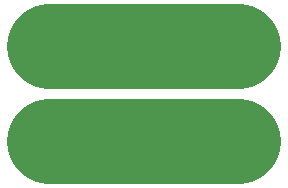
<source format=gbl>
%TF.GenerationSoftware,KiCad,Pcbnew,4.0.5-e0-6337~49~ubuntu16.04.1*%
%TF.CreationDate,2017-05-27T17:20:05-07:00*%
%TF.ProjectId,2x3-Screw-Terminal-3.5mm-Pitch,3278332D53637265772D5465726D696E,v1.1*%
%TF.FileFunction,Copper,L2,Bot,Signal*%
%FSLAX46Y46*%
G04 Gerber Fmt 4.6, Leading zero omitted, Abs format (unit mm)*
G04 Created by KiCad (PCBNEW 4.0.5-e0-6337~49~ubuntu16.04.1) date Sat May 27 17:20:05 2017*
%MOMM*%
%LPD*%
G01*
G04 APERTURE LIST*
%ADD10C,0.350000*%
%ADD11C,7.200000*%
%ADD12C,2.000000*%
%ADD13C,1.900000*%
%ADD14C,6.000000*%
%ADD15C,0.350000*%
G04 APERTURE END LIST*
D10*
D11*
X37973000Y-23800800D02*
X21973000Y-23800800D01*
X37973000Y-31800800D02*
X21973000Y-31800800D01*
D12*
X33973000Y-26065600D03*
D13*
X33973000Y-29565600D03*
D14*
X21973000Y-31800800D03*
X21973000Y-23800800D03*
X37973000Y-23800800D03*
X37973000Y-31800800D03*
X29973000Y-23800800D03*
X29973000Y-31800800D03*
D15*
X33973000Y-26065600D03*
X33973000Y-29565600D03*
X21973000Y-31800800D03*
X21973000Y-23800800D03*
X37973000Y-23800800D03*
X37973000Y-31800800D03*
X29973000Y-23800800D03*
X29973000Y-31800800D03*
M02*

</source>
